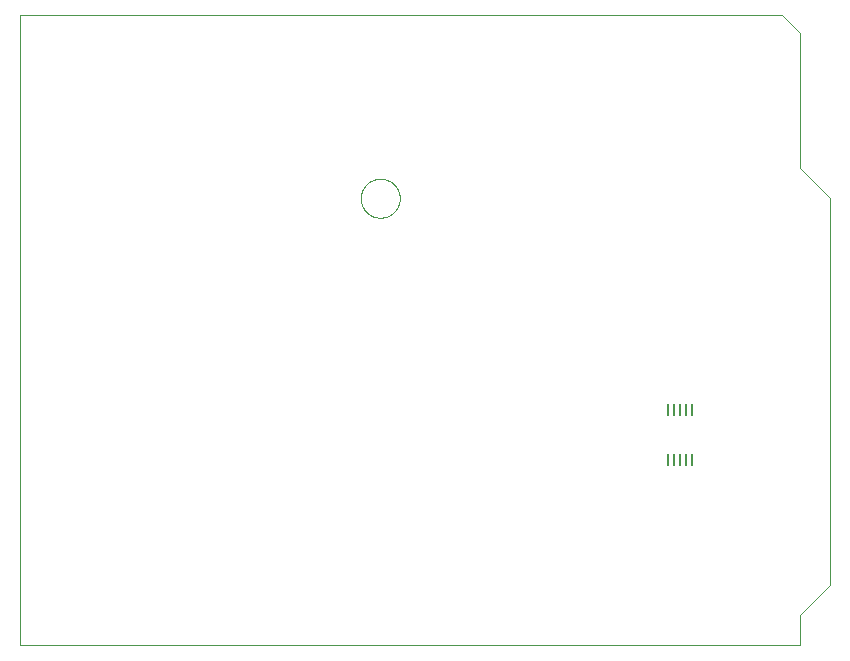
<source format=gtp>
G75*
%MOIN*%
%OFA0B0*%
%FSLAX25Y25*%
%IPPOS*%
%LPD*%
%AMOC8*
5,1,8,0,0,1.08239X$1,22.5*
%
%ADD10R,0.00984X0.03937*%
%ADD11C,0.00000*%
D10*
X0221063Y0066681D03*
X0223031Y0066681D03*
X0225000Y0066681D03*
X0226969Y0066681D03*
X0228937Y0066681D03*
X0228937Y0083319D03*
X0226969Y0083319D03*
X0225000Y0083319D03*
X0223031Y0083319D03*
X0221063Y0083319D03*
D11*
X0005000Y0005000D02*
X0005000Y0215000D01*
X0259000Y0215000D01*
X0265000Y0209000D01*
X0265000Y0164000D01*
X0275000Y0154000D01*
X0275000Y0025000D01*
X0265000Y0015000D01*
X0265000Y0005000D01*
X0005000Y0005000D01*
X0118500Y0154000D02*
X0118502Y0154161D01*
X0118508Y0154321D01*
X0118518Y0154482D01*
X0118532Y0154642D01*
X0118550Y0154802D01*
X0118571Y0154961D01*
X0118597Y0155120D01*
X0118627Y0155278D01*
X0118660Y0155435D01*
X0118698Y0155592D01*
X0118739Y0155747D01*
X0118784Y0155901D01*
X0118833Y0156054D01*
X0118886Y0156206D01*
X0118942Y0156357D01*
X0119003Y0156506D01*
X0119066Y0156654D01*
X0119134Y0156800D01*
X0119205Y0156944D01*
X0119279Y0157086D01*
X0119357Y0157227D01*
X0119439Y0157365D01*
X0119524Y0157502D01*
X0119612Y0157636D01*
X0119704Y0157768D01*
X0119799Y0157898D01*
X0119897Y0158026D01*
X0119998Y0158151D01*
X0120102Y0158273D01*
X0120209Y0158393D01*
X0120319Y0158510D01*
X0120432Y0158625D01*
X0120548Y0158736D01*
X0120667Y0158845D01*
X0120788Y0158950D01*
X0120912Y0159053D01*
X0121038Y0159153D01*
X0121166Y0159249D01*
X0121297Y0159342D01*
X0121431Y0159432D01*
X0121566Y0159519D01*
X0121704Y0159602D01*
X0121843Y0159682D01*
X0121985Y0159758D01*
X0122128Y0159831D01*
X0122273Y0159900D01*
X0122420Y0159966D01*
X0122568Y0160028D01*
X0122718Y0160086D01*
X0122869Y0160141D01*
X0123022Y0160192D01*
X0123176Y0160239D01*
X0123331Y0160282D01*
X0123487Y0160321D01*
X0123643Y0160357D01*
X0123801Y0160388D01*
X0123959Y0160416D01*
X0124118Y0160440D01*
X0124278Y0160460D01*
X0124438Y0160476D01*
X0124598Y0160488D01*
X0124759Y0160496D01*
X0124920Y0160500D01*
X0125080Y0160500D01*
X0125241Y0160496D01*
X0125402Y0160488D01*
X0125562Y0160476D01*
X0125722Y0160460D01*
X0125882Y0160440D01*
X0126041Y0160416D01*
X0126199Y0160388D01*
X0126357Y0160357D01*
X0126513Y0160321D01*
X0126669Y0160282D01*
X0126824Y0160239D01*
X0126978Y0160192D01*
X0127131Y0160141D01*
X0127282Y0160086D01*
X0127432Y0160028D01*
X0127580Y0159966D01*
X0127727Y0159900D01*
X0127872Y0159831D01*
X0128015Y0159758D01*
X0128157Y0159682D01*
X0128296Y0159602D01*
X0128434Y0159519D01*
X0128569Y0159432D01*
X0128703Y0159342D01*
X0128834Y0159249D01*
X0128962Y0159153D01*
X0129088Y0159053D01*
X0129212Y0158950D01*
X0129333Y0158845D01*
X0129452Y0158736D01*
X0129568Y0158625D01*
X0129681Y0158510D01*
X0129791Y0158393D01*
X0129898Y0158273D01*
X0130002Y0158151D01*
X0130103Y0158026D01*
X0130201Y0157898D01*
X0130296Y0157768D01*
X0130388Y0157636D01*
X0130476Y0157502D01*
X0130561Y0157365D01*
X0130643Y0157227D01*
X0130721Y0157086D01*
X0130795Y0156944D01*
X0130866Y0156800D01*
X0130934Y0156654D01*
X0130997Y0156506D01*
X0131058Y0156357D01*
X0131114Y0156206D01*
X0131167Y0156054D01*
X0131216Y0155901D01*
X0131261Y0155747D01*
X0131302Y0155592D01*
X0131340Y0155435D01*
X0131373Y0155278D01*
X0131403Y0155120D01*
X0131429Y0154961D01*
X0131450Y0154802D01*
X0131468Y0154642D01*
X0131482Y0154482D01*
X0131492Y0154321D01*
X0131498Y0154161D01*
X0131500Y0154000D01*
X0131498Y0153839D01*
X0131492Y0153679D01*
X0131482Y0153518D01*
X0131468Y0153358D01*
X0131450Y0153198D01*
X0131429Y0153039D01*
X0131403Y0152880D01*
X0131373Y0152722D01*
X0131340Y0152565D01*
X0131302Y0152408D01*
X0131261Y0152253D01*
X0131216Y0152099D01*
X0131167Y0151946D01*
X0131114Y0151794D01*
X0131058Y0151643D01*
X0130997Y0151494D01*
X0130934Y0151346D01*
X0130866Y0151200D01*
X0130795Y0151056D01*
X0130721Y0150914D01*
X0130643Y0150773D01*
X0130561Y0150635D01*
X0130476Y0150498D01*
X0130388Y0150364D01*
X0130296Y0150232D01*
X0130201Y0150102D01*
X0130103Y0149974D01*
X0130002Y0149849D01*
X0129898Y0149727D01*
X0129791Y0149607D01*
X0129681Y0149490D01*
X0129568Y0149375D01*
X0129452Y0149264D01*
X0129333Y0149155D01*
X0129212Y0149050D01*
X0129088Y0148947D01*
X0128962Y0148847D01*
X0128834Y0148751D01*
X0128703Y0148658D01*
X0128569Y0148568D01*
X0128434Y0148481D01*
X0128296Y0148398D01*
X0128157Y0148318D01*
X0128015Y0148242D01*
X0127872Y0148169D01*
X0127727Y0148100D01*
X0127580Y0148034D01*
X0127432Y0147972D01*
X0127282Y0147914D01*
X0127131Y0147859D01*
X0126978Y0147808D01*
X0126824Y0147761D01*
X0126669Y0147718D01*
X0126513Y0147679D01*
X0126357Y0147643D01*
X0126199Y0147612D01*
X0126041Y0147584D01*
X0125882Y0147560D01*
X0125722Y0147540D01*
X0125562Y0147524D01*
X0125402Y0147512D01*
X0125241Y0147504D01*
X0125080Y0147500D01*
X0124920Y0147500D01*
X0124759Y0147504D01*
X0124598Y0147512D01*
X0124438Y0147524D01*
X0124278Y0147540D01*
X0124118Y0147560D01*
X0123959Y0147584D01*
X0123801Y0147612D01*
X0123643Y0147643D01*
X0123487Y0147679D01*
X0123331Y0147718D01*
X0123176Y0147761D01*
X0123022Y0147808D01*
X0122869Y0147859D01*
X0122718Y0147914D01*
X0122568Y0147972D01*
X0122420Y0148034D01*
X0122273Y0148100D01*
X0122128Y0148169D01*
X0121985Y0148242D01*
X0121843Y0148318D01*
X0121704Y0148398D01*
X0121566Y0148481D01*
X0121431Y0148568D01*
X0121297Y0148658D01*
X0121166Y0148751D01*
X0121038Y0148847D01*
X0120912Y0148947D01*
X0120788Y0149050D01*
X0120667Y0149155D01*
X0120548Y0149264D01*
X0120432Y0149375D01*
X0120319Y0149490D01*
X0120209Y0149607D01*
X0120102Y0149727D01*
X0119998Y0149849D01*
X0119897Y0149974D01*
X0119799Y0150102D01*
X0119704Y0150232D01*
X0119612Y0150364D01*
X0119524Y0150498D01*
X0119439Y0150635D01*
X0119357Y0150773D01*
X0119279Y0150914D01*
X0119205Y0151056D01*
X0119134Y0151200D01*
X0119066Y0151346D01*
X0119003Y0151494D01*
X0118942Y0151643D01*
X0118886Y0151794D01*
X0118833Y0151946D01*
X0118784Y0152099D01*
X0118739Y0152253D01*
X0118698Y0152408D01*
X0118660Y0152565D01*
X0118627Y0152722D01*
X0118597Y0152880D01*
X0118571Y0153039D01*
X0118550Y0153198D01*
X0118532Y0153358D01*
X0118518Y0153518D01*
X0118508Y0153679D01*
X0118502Y0153839D01*
X0118500Y0154000D01*
M02*

</source>
